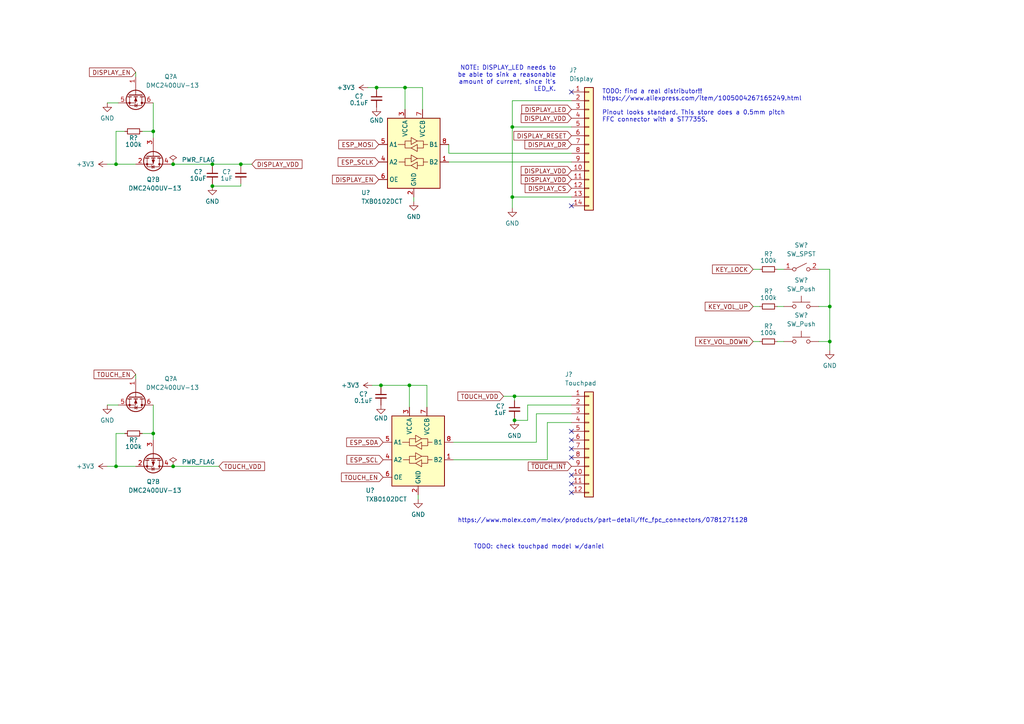
<source format=kicad_sch>
(kicad_sch (version 20211123) (generator eeschema)
  (paper "A4")
  (lib_symbols
    (symbol "Connector_Generic:Conn_01x12" (pin_names (offset 1.016) hide)
      (property "Reference" "J" (at 0 15.24 0))
      (property "Value" "Conn_01x12" (at 0 -17.78 0))
      (symbol "Conn_01x12_1_1"
        (rectangle (start -1.27 -15.113) (end 0 -15.367) (stroke (width 0.1524)))
        (rectangle (start -1.27 -12.573) (end 0 -12.827) (stroke (width 0.1524)))
        (rectangle (start -1.27 -10.033) (end 0 -10.287) (stroke (width 0.1524)))
        (rectangle (start -1.27 -7.493) (end 0 -7.747) (stroke (width 0.1524)))
        (rectangle (start -1.27 -4.953) (end 0 -5.207) (stroke (width 0.1524)))
        (rectangle (start -1.27 -2.413) (end 0 -2.667) (stroke (width 0.1524)))
        (rectangle (start -1.27 0.127) (end 0 -0.127) (stroke (width 0.1524)))
        (rectangle (start -1.27 2.667) (end 0 2.413) (stroke (width 0.1524)))
        (rectangle (start -1.27 5.207) (end 0 4.953) (stroke (width 0.1524)))
        (rectangle (start -1.27 7.747) (end 0 7.493) (stroke (width 0.1524)))
        (rectangle (start -1.27 10.287) (end 0 10.033) (stroke (width 0.1524)))
        (rectangle (start -1.27 12.827) (end 0 12.573) (stroke (width 0.1524)))
        (rectangle (start -1.27 13.97) (end 1.27 -16.51) (stroke (width 0.254)) (fill (type background)))
        (pin passive line (at -5.08 12.7 0) (length 3.81) (name "Pin_1") (number "1"))
        (pin passive line (at -5.08 -10.16 0) (length 3.81) (name "Pin_10") (number "10"))
        (pin passive line (at -5.08 -12.7 0) (length 3.81) (name "Pin_11") (number "11"))
        (pin passive line (at -5.08 -15.24 0) (length 3.81) (name "Pin_12") (number "12"))
        (pin passive line (at -5.08 10.16 0) (length 3.81) (name "Pin_2") (number "2"))
        (pin passive line (at -5.08 7.62 0) (length 3.81) (name "Pin_3") (number "3"))
        (pin passive line (at -5.08 5.08 0) (length 3.81) (name "Pin_4") (number "4"))
        (pin passive line (at -5.08 2.54 0) (length 3.81) (name "Pin_5") (number "5"))
        (pin passive line (at -5.08 0 0) (length 3.81) (name "Pin_6") (number "6"))
        (pin passive line (at -5.08 -2.54 0) (length 3.81) (name "Pin_7") (number "7"))
        (pin passive line (at -5.08 -5.08 0) (length 3.81) (name "Pin_8") (number "8"))
        (pin passive line (at -5.08 -7.62 0) (length 3.81) (name "Pin_9") (number "9"))
      )
    )
    (symbol "Connector_Generic:Conn_01x14" (pin_names (offset 1.016) hide)
      (property "Reference" "J" (at 0 17.78 0))
      (property "Value" "Conn_01x14" (at 0 -20.32 0))
      (symbol "Conn_01x14_1_1"
        (rectangle (start -1.27 -17.653) (end 0 -17.907) (stroke (width 0.1524)))
        (rectangle (start -1.27 -15.113) (end 0 -15.367) (stroke (width 0.1524)))
        (rectangle (start -1.27 -12.573) (end 0 -12.827) (stroke (width 0.1524)))
        (rectangle (start -1.27 -10.033) (end 0 -10.287) (stroke (width 0.1524)))
        (rectangle (start -1.27 -7.493) (end 0 -7.747) (stroke (width 0.1524)))
        (rectangle (start -1.27 -4.953) (end 0 -5.207) (stroke (width 0.1524)))
        (rectangle (start -1.27 -2.413) (end 0 -2.667) (stroke (width 0.1524)))
        (rectangle (start -1.27 0.127) (end 0 -0.127) (stroke (width 0.1524)))
        (rectangle (start -1.27 2.667) (end 0 2.413) (stroke (width 0.1524)))
        (rectangle (start -1.27 5.207) (end 0 4.953) (stroke (width 0.1524)))
        (rectangle (start -1.27 7.747) (end 0 7.493) (stroke (width 0.1524)))
        (rectangle (start -1.27 10.287) (end 0 10.033) (stroke (width 0.1524)))
        (rectangle (start -1.27 12.827) (end 0 12.573) (stroke (width 0.1524)))
        (rectangle (start -1.27 15.367) (end 0 15.113) (stroke (width 0.1524)))
        (rectangle (start -1.27 16.51) (end 1.27 -19.05) (stroke (width 0.254)) (fill (type background)))
        (pin passive line (at -5.08 15.24 0) (length 3.81) (name "Pin_1") (number "1"))
        (pin passive line (at -5.08 -7.62 0) (length 3.81) (name "Pin_10") (number "10"))
        (pin passive line (at -5.08 -10.16 0) (length 3.81) (name "Pin_11") (number "11"))
        (pin passive line (at -5.08 -12.7 0) (length 3.81) (name "Pin_12") (number "12"))
        (pin passive line (at -5.08 -15.24 0) (length 3.81) (name "Pin_13") (number "13"))
        (pin passive line (at -5.08 -17.78 0) (length 3.81) (name "Pin_14") (number "14"))
        (pin passive line (at -5.08 12.7 0) (length 3.81) (name "Pin_2") (number "2"))
        (pin passive line (at -5.08 10.16 0) (length 3.81) (name "Pin_3") (number "3"))
        (pin passive line (at -5.08 7.62 0) (length 3.81) (name "Pin_4") (number "4"))
        (pin passive line (at -5.08 5.08 0) (length 3.81) (name "Pin_5") (number "5"))
        (pin passive line (at -5.08 2.54 0) (length 3.81) (name "Pin_6") (number "6"))
        (pin passive line (at -5.08 0 0) (length 3.81) (name "Pin_7") (number "7"))
        (pin passive line (at -5.08 -2.54 0) (length 3.81) (name "Pin_8") (number "8"))
        (pin passive line (at -5.08 -5.08 0) (length 3.81) (name "Pin_9") (number "9"))
      )
    )
    (symbol "Device:C_Small" (pin_numbers hide) (pin_names (offset 0.254) hide)
      (property "Reference" "C" (at 0.254 1.778 0))
      (property "Value" "C_Small" (at 0.254 -2.032 0))
      (symbol "C_Small_0_1"
        (polyline (pts (xy -1.524 -0.508) (xy 1.524 -0.508)) (stroke (width 0.3302)))
        (polyline (pts (xy -1.524 0.508) (xy 1.524 0.508)) (stroke (width 0.3048)))
      )
      (symbol "C_Small_1_1"
        (pin passive line (at 0 2.54 270) (length 2.032) (name "~") (number "1"))
        (pin passive line (at 0 -2.54 90) (length 2.032) (name "~") (number "2"))
      )
    )
    (symbol "Device:R_Small" (pin_numbers hide) (pin_names (offset 0.254) hide)
      (property "Reference" "R" (at 0.762 0.508 0))
      (property "Value" "R_Small" (at 0.762 -1.016 0))
      (symbol "R_Small_0_1"
        (rectangle (start -0.762 1.778) (end 0.762 -1.778) (stroke (width 0.2032)))
      )
      (symbol "R_Small_1_1"
        (pin passive line (at 0 2.54 270) (length 0.762) (name "~") (number "1"))
        (pin passive line (at 0 -2.54 90) (length 0.762) (name "~") (number "2"))
      )
    )
    (symbol "Logic_LevelTranslator:TXB0102DCT"
      (property "Reference" "U" (at -6.35 11.43 0))
      (property "Value" "TXB0102DCT" (at 3.81 11.43 0))
      (symbol "TXB0102DCT_0_1"
        (rectangle (start -7.62 10.16) (end 7.62 -10.16) (stroke (width 0.254)) (fill (type background)))
        (polyline (pts (xy -2.54 -2.54) (xy -2.54 -1.524) (xy -0.762 -1.524)))
        (polyline (pts (xy -2.54 2.54) (xy -2.54 3.556) (xy -0.762 3.556)))
        (polyline (pts (xy 2.794 -2.54) (xy 2.794 -3.556) (xy 1.016 -3.556)))
        (polyline (pts (xy 2.794 2.54) (xy 2.794 1.524) (xy 1.016 1.524)))
        (polyline (pts (xy -0.762 -3.556) (xy -2.54 -3.556) (xy -2.54 -2.54) (xy -4.318 -2.54)))
        (polyline (pts (xy -0.762 -2.54) (xy -0.762 -0.508) (xy 1.016 -1.524) (xy -0.762 -2.54)) (fill (type background)))
        (polyline (pts (xy -0.762 1.524) (xy -2.54 1.524) (xy -2.54 2.54) (xy -4.572 2.54)))
        (polyline (pts (xy -0.762 2.54) (xy -0.762 4.572) (xy 1.016 3.556) (xy -0.762 2.54)))
        (polyline (pts (xy 1.016 -2.54) (xy 1.016 -4.572) (xy -0.762 -3.556) (xy 1.016 -2.54)))
        (polyline (pts (xy 1.016 -1.524) (xy 2.794 -1.524) (xy 2.794 -2.54) (xy 4.064 -2.54)))
        (polyline (pts (xy 1.016 3.556) (xy 2.794 3.556) (xy 2.794 2.54) (xy 4.064 2.54)))
        (polyline (pts (xy 1.016 2.54) (xy 1.016 0.762) (xy 1.016 0.508) (xy -0.762 1.524) (xy 1.016 2.54)))
      )
      (symbol "TXB0102DCT_1_1"
        (pin bidirectional line (at 10.16 -2.54 180) (length 2.54) (name "B2") (number "1"))
        (pin power_in line (at 0 -12.7 90) (length 2.54) (name "GND") (number "2"))
        (pin power_in line (at -2.54 12.7 270) (length 2.54) (name "VCCA") (number "3"))
        (pin bidirectional line (at -10.16 -2.54 0) (length 2.54) (name "A2") (number "4"))
        (pin bidirectional line (at -10.16 2.54 0) (length 2.54) (name "A1") (number "5"))
        (pin input line (at -10.16 -7.62 0) (length 2.54) (name "OE") (number "6"))
        (pin power_in line (at 2.54 12.7 270) (length 2.54) (name "VCCB") (number "7"))
        (pin bidirectional line (at 10.16 2.54 180) (length 2.54) (name "B1") (number "8"))
      )
    )
    (symbol "Switch:SW_Push" (pin_numbers hide) (pin_names (offset 1.016) hide)
      (property "Reference" "SW" (at 1.27 2.54 0))
      (property "Value" "SW_Push" (at 0 -1.524 0))
      (symbol "SW_Push_0_1"
        (circle (center -2.032 0) (radius 0.508))
        (polyline (pts (xy 0 1.27) (xy 0 3.048)))
        (polyline (pts (xy 2.54 1.27) (xy -2.54 1.27)))
        (circle (center 2.032 0) (radius 0.508))
        (pin passive line (at -5.08 0 0) (length 2.54) (name "1") (number "1"))
        (pin passive line (at 5.08 0 180) (length 2.54) (name "2") (number "2"))
      )
    )
    (symbol "Switch:SW_SPST" (pin_names (offset 0) hide)
      (property "Reference" "SW" (at 0 3.175 0))
      (property "Value" "SW_SPST" (at 0 -2.54 0))
      (symbol "SW_SPST_0_0"
        (circle (center -2.032 0) (radius 0.508))
        (polyline (pts (xy -1.524 0.254) (xy 1.524 1.778)))
        (circle (center 2.032 0) (radius 0.508))
      )
      (symbol "SW_SPST_1_1"
        (pin passive line (at -5.08 0 0) (length 2.54) (name "A") (number "1"))
        (pin passive line (at 5.08 0 180) (length 2.54) (name "B") (number "2"))
      )
    )
    (symbol "Transistor_FET:DMC2053UVT" (pin_names hide)
      (property "Reference" "Q" (at 3.175 1.27 0))
      (property "Value" "DMC2053UVT" (at 3.175 -1.27 0))
      (symbol "DMC2053UVT_0_1"
        (circle (center -0.889 0) (radius 2.794) (stroke (width 0.254)))
        (circle (center 0 -1.778) (radius 0.254) (fill (type outline)))
        (polyline (pts (xy -2.286 0) (xy -5.08 0)))
        (polyline (pts (xy -2.286 1.905) (xy -2.286 -1.905)) (stroke (width 0.254)))
        (polyline (pts (xy -1.778 -1.27) (xy -1.778 -2.286)) (stroke (width 0.254)))
        (polyline (pts (xy -1.778 0.508) (xy -1.778 -0.508)) (stroke (width 0.254)))
        (polyline (pts (xy -1.778 2.286) (xy -1.778 1.27)) (stroke (width 0.254)))
        (polyline (pts (xy 0 2.54) (xy 0 1.778)))
        (polyline (pts (xy 0 -2.54) (xy 0 0) (xy -1.778 0)))
        (polyline (pts (xy -1.778 -1.778) (xy 0.762 -1.778) (xy 0.762 1.778) (xy -1.778 1.778)))
        (circle (center 0 1.778) (radius 0.254) (fill (type outline)))
      )
      (symbol "DMC2053UVT_1_1"
        (polyline (pts (xy -1.524 0) (xy -0.508 0.381) (xy -0.508 -0.381) (xy -1.524 0)) (fill (type outline)))
        (polyline (pts (xy 0.254 0.508) (xy 0.381 0.381) (xy 1.143 0.381) (xy 1.27 0.254)))
        (polyline (pts (xy 0.762 0.381) (xy 0.381 -0.254) (xy 1.143 -0.254) (xy 0.762 0.381)))
        (pin passive line (at -7.62 0 0) (length 2.54) (name "G") (number "1"))
        (pin passive line (at 0 -5.08 90) (length 2.54) (name "S") (number "5"))
        (pin passive line (at 0 5.08 270) (length 2.54) (name "D") (number "6"))
      )
      (symbol "DMC2053UVT_2_1"
        (polyline (pts (xy -0.254 0) (xy -1.27 0.381) (xy -1.27 -0.381) (xy -0.254 0)) (fill (type outline)))
        (polyline (pts (xy 0.254 -0.508) (xy 0.381 -0.381) (xy 1.143 -0.381) (xy 1.27 -0.254)))
        (polyline (pts (xy 0.762 -0.381) (xy 0.381 0.254) (xy 1.143 0.254) (xy 0.762 -0.381)))
        (pin passive line (at 0 -5.08 90) (length 2.54) (name "S") (number "2"))
        (pin passive line (at -7.62 0 0) (length 2.54) (name "G") (number "3"))
        (pin passive line (at 0 5.08 270) (length 2.54) (name "D") (number "4"))
      )
    )
    (symbol "power:+3V3" (power) (pin_names (offset 0))
      (property "Value" "+3V3" (at 0 3.556 0))
      (symbol "+3V3_0_1"
        (polyline (pts (xy -0.762 1.27) (xy 0 2.54)))
        (polyline (pts (xy 0 0) (xy 0 2.54)))
        (polyline (pts (xy 0 2.54) (xy 0.762 1.27)))
      )
      (symbol "+3V3_1_1"
        (pin power_in line (at 0 0 90) (length 0) hide (name "+3V3") (number "1"))
      )
    )
    (symbol "power:GND" (power) (pin_names (offset 0))
      (property "Value" "GND" (at 0 -3.81 0))
      (symbol "GND_0_1"
        (polyline (pts (xy 0 0) (xy 0 -1.27) (xy 1.27 -1.27) (xy 0 -2.54) (xy -1.27 -1.27) (xy 0 -1.27)))
      )
      (symbol "GND_1_1"
        (pin power_in line (at 0 0 270) (length 0) hide (name "GND") (number "1"))
      )
    )
    (symbol "power:PWR_FLAG" (power) (pin_numbers hide) (pin_names (offset 0) hide)
      (property "Value" "PWR_FLAG" (at 0 3.81 0))
      (symbol "PWR_FLAG_0_0"
        (pin power_out line (at 0 0 90) (length 0) (name "pwr") (number "1"))
      )
      (symbol "PWR_FLAG_0_1"
        (polyline (pts (xy 0 0) (xy 0 1.27) (xy -1.016 1.905) (xy 0 2.54) (xy 1.016 1.905) (xy 0 1.27)))
      )
    )
  )
  (junction (at 149.225 121.92))
  (junction (at 69.85 47.625))
  (junction (at 50.2099 135.255))
  (junction (at 148.59 57.15))
  (junction (at 118.745 111.76))
  (junction (at 61.595 53.975))
  (junction (at 240.665 88.9))
  (junction (at 117.475 25.4))
  (junction (at 109.22 25.4))
  (junction (at 50.2099 47.625))
  (junction (at 240.665 99.06))
  (junction (at 33.655 135.255))
  (junction (at 44.45 125.73))
  (junction (at 61.595 47.625))
  (junction (at 149.225 114.935))
  (junction (at 110.49 111.76))
  (junction (at 148.59 36.83))
  (junction (at 44.45 38.1))
  (junction (at 33.655 47.625))
  (no_connect (at 165.735 59.69))
  (no_connect (at 165.735 137.795))
  (no_connect (at 165.735 26.67))
  (no_connect (at 165.735 132.715))
  (no_connect (at 165.735 140.335))
  (no_connect (at 165.735 142.875))
  (no_connect (at 165.735 125.095))
  (no_connect (at 165.735 127.635))
  (no_connect (at 165.735 130.175))
  (wire (pts (xy 33.655 135.255) (xy 39.37 135.255)))
  (wire (pts (xy 121.285 144.78) (xy 121.285 143.51)))
  (wire (pts (xy 237.49 78.105) (xy 240.665 78.105)))
  (wire (pts (xy 225.425 88.9) (xy 227.33 88.9)))
  (wire (pts (xy 49.53 135.255) (xy 50.2099 135.255)))
  (wire (pts (xy 31.115 117.475) (xy 34.29 117.475)))
  (wire (pts (xy 149.225 116.205) (xy 149.225 114.935)))
  (wire (pts (xy 155.575 128.27) (xy 155.575 120.015)))
  (wire (pts (xy 148.59 36.83) (xy 165.735 36.83)))
  (wire (pts (xy 31.115 47.625) (xy 33.655 47.625)))
  (wire (pts (xy 218.44 78.105) (xy 220.345 78.105)))
  (wire (pts (xy 50.2099 135.255) (xy 63.5 135.255)))
  (wire (pts (xy 237.49 88.9) (xy 240.665 88.9)))
  (wire (pts (xy 33.655 125.73) (xy 33.655 135.255)))
  (wire (pts (xy 218.44 88.9) (xy 220.345 88.9)))
  (wire (pts (xy 131.445 128.27) (xy 155.575 128.27)))
  (wire (pts (xy 109.22 25.4) (xy 109.22 26.035)))
  (wire (pts (xy 110.49 111.76) (xy 118.745 111.76)))
  (wire (pts (xy 117.475 25.4) (xy 122.555 25.4)))
  (wire (pts (xy 44.45 117.475) (xy 44.45 125.73)))
  (wire (pts (xy 153.035 117.475) (xy 153.035 121.92)))
  (wire (pts (xy 158.75 122.555) (xy 158.75 133.35)))
  (wire (pts (xy 49.53 47.625) (xy 50.2099 47.625)))
  (wire (pts (xy 148.59 57.15) (xy 165.735 57.15)))
  (wire (pts (xy 240.665 88.9) (xy 240.665 99.06)))
  (wire (pts (xy 155.575 120.015) (xy 165.735 120.015)))
  (wire (pts (xy 165.735 29.21) (xy 148.59 29.21)))
  (wire (pts (xy 107.95 111.76) (xy 110.49 111.76)))
  (wire (pts (xy 240.665 99.06) (xy 240.665 101.6)))
  (wire (pts (xy 110.49 111.76) (xy 110.49 112.395)))
  (wire (pts (xy 44.45 125.73) (xy 44.45 127.635)))
  (wire (pts (xy 120.015 58.42) (xy 120.015 57.15)))
  (wire (pts (xy 148.59 36.83) (xy 148.59 57.15)))
  (wire (pts (xy 106.68 25.4) (xy 109.22 25.4)))
  (wire (pts (xy 39.37 108.585) (xy 39.37 109.855)))
  (wire (pts (xy 158.75 133.35) (xy 131.445 133.35)))
  (wire (pts (xy 69.85 47.625) (xy 73.025 47.625)))
  (wire (pts (xy 149.225 121.92) (xy 149.225 121.285)))
  (wire (pts (xy 61.595 47.625) (xy 69.85 47.625)))
  (wire (pts (xy 165.735 122.555) (xy 158.75 122.555)))
  (wire (pts (xy 148.59 57.15) (xy 148.59 60.325)))
  (wire (pts (xy 165.735 117.475) (xy 153.035 117.475)))
  (wire (pts (xy 41.275 125.73) (xy 44.45 125.73)))
  (wire (pts (xy 118.745 111.76) (xy 123.825 111.76)))
  (wire (pts (xy 225.425 78.105) (xy 227.33 78.105)))
  (wire (pts (xy 33.655 38.1) (xy 33.655 47.625)))
  (wire (pts (xy 39.37 20.955) (xy 39.37 22.225)))
  (wire (pts (xy 130.175 41.91) (xy 130.175 44.45)))
  (wire (pts (xy 146.05 114.935) (xy 149.225 114.935)))
  (wire (pts (xy 69.85 53.34) (xy 69.85 53.975)))
  (wire (pts (xy 61.595 53.975) (xy 61.595 53.34)))
  (wire (pts (xy 36.195 38.1) (xy 33.655 38.1)))
  (wire (pts (xy 237.49 99.06) (xy 240.665 99.06)))
  (wire (pts (xy 44.45 29.845) (xy 44.45 38.1)))
  (wire (pts (xy 33.655 47.625) (xy 39.37 47.625)))
  (wire (pts (xy 31.115 135.255) (xy 33.655 135.255)))
  (wire (pts (xy 118.745 111.76) (xy 118.745 118.11)))
  (wire (pts (xy 149.225 114.935) (xy 165.735 114.935)))
  (wire (pts (xy 36.195 125.73) (xy 33.655 125.73)))
  (wire (pts (xy 61.595 48.26) (xy 61.595 47.625)))
  (wire (pts (xy 122.555 25.4) (xy 122.555 31.75)))
  (wire (pts (xy 240.665 78.105) (xy 240.665 88.9)))
  (wire (pts (xy 44.45 38.1) (xy 44.45 40.005)))
  (wire (pts (xy 153.035 121.92) (xy 149.225 121.92)))
  (wire (pts (xy 41.275 38.1) (xy 44.45 38.1)))
  (wire (pts (xy 69.85 53.975) (xy 61.595 53.975)))
  (wire (pts (xy 225.425 99.06) (xy 227.33 99.06)))
  (wire (pts (xy 109.22 25.4) (xy 117.475 25.4)))
  (wire (pts (xy 148.59 29.21) (xy 148.59 36.83)))
  (wire (pts (xy 50.2099 47.625) (xy 61.595 47.625)))
  (wire (pts (xy 130.175 46.99) (xy 165.735 46.99)))
  (wire (pts (xy 31.115 29.845) (xy 34.29 29.845)))
  (wire (pts (xy 117.475 25.4) (xy 117.475 31.75)))
  (wire (pts (xy 130.175 44.45) (xy 165.735 44.45)))
  (wire (pts (xy 123.825 111.76) (xy 123.825 118.11)))
  (wire (pts (xy 69.85 47.625) (xy 69.85 48.26)))
  (wire (pts (xy 218.44 99.06) (xy 220.345 99.06)))
  (text "TODO: find a real distributor!!\nhttps://www.aliexpress.com/item/1005004267165249.html\n\nPinout looks standard. This store does a 0.5mm pitch\nFFC connector with a ST7735S." (at 174.625 35.56 0) (effects (font (size 1.27 1.27)) (justify left bottom)))
  (text "TODO: check touchpad model w/daniel" (at 175.26 159.385 180) (effects (font (size 1.27 1.27)) (justify right bottom)))
  (text "NOTE: DISPLAY_LED needs to\nbe able to sink a reasonable\namount of current, since it's\nLED_K." (at 161.29 26.67 0) (effects (font (size 1.27 1.27)) (justify right bottom)))
  (text "https://www.molex.com/molex/products/part-detail/ffc_fpc_connectors/0781271128" (at 132.715 151.765 0) (effects (font (size 1.27 1.27)) (justify left bottom)))
  (global_label "DISPLAY_EN" (shape input) (at 39.37 20.955 180) (property "Intersheet References" "${INTERSHEET_REFS}" (effects hide)))
  (global_label "DISPLAY_VDD" (shape input) (at 73.025 47.625 0) (property "Intersheet References" "${INTERSHEET_REFS}" (effects hide)))
  (global_label "TOUCH_EN" (shape input) (at 39.37 108.585 180) (property "Intersheet References" "${INTERSHEET_REFS}" (effects hide)))
  (global_label "KEY_LOCK" (shape input) (at 218.44 78.105 180) (property "Intersheet References" "${INTERSHEET_REFS}" (effects hide)))
  (global_label "KEY_VOL_UP" (shape input) (at 218.44 88.9 180) (property "Intersheet References" "${INTERSHEET_REFS}" (effects hide)))
  (global_label "DISPLAY_RESET" (shape input) (at 165.735 39.37 180) (property "Intersheet References" "${INTERSHEET_REFS}" (effects hide)))
  (global_label "DISPLAY_VDD" (shape input) (at 165.735 49.53 180) (property "Intersheet References" "${INTERSHEET_REFS}" (effects hide)))
  (global_label "ESP_MOSI" (shape input) (at 109.855 41.91 180) (property "Intersheet References" "${INTERSHEET_REFS}" (effects hide)))
  (global_label "TOUCH_VDD" (shape input) (at 63.5 135.255 0) (property "Intersheet References" "${INTERSHEET_REFS}" (effects hide)))
  (global_label "TOUCH_VDD" (shape input) (at 146.05 114.935 180) (property "Intersheet References" "${INTERSHEET_REFS}" (effects hide)))
  (global_label "KEY_VOL_DOWN" (shape input) (at 218.44 99.06 180) (property "Intersheet References" "${INTERSHEET_REFS}" (effects hide)))
  (global_label "ESP_SDA" (shape input) (at 111.125 128.27 180) (property "Intersheet References" "${INTERSHEET_REFS}" (effects hide)))
  (global_label "DISPLAY_LED" (shape input) (at 165.735 31.75 180) (property "Intersheet References" "${INTERSHEET_REFS}" (effects hide)))
  (global_label "ESP_SCLK" (shape input) (at 109.855 46.99 180) (property "Intersheet References" "${INTERSHEET_REFS}" (effects hide)))
  (global_label "DISPLAY_VDD" (shape input) (at 165.735 34.29 180) (property "Intersheet References" "${INTERSHEET_REFS}" (effects hide)))
  (global_label "DISPLAY_EN" (shape input) (at 109.855 52.07 180) (property "Intersheet References" "${INTERSHEET_REFS}" (effects hide)))
  (global_label "DISPLAY_CS" (shape input) (at 165.735 54.61 180) (property "Intersheet References" "${INTERSHEET_REFS}" (effects hide)))
  (global_label "ESP_SCL" (shape input) (at 111.125 133.35 180) (property "Intersheet References" "${INTERSHEET_REFS}" (effects hide)))
  (global_label "TOUCH_EN" (shape input) (at 111.125 138.43 180) (property "Intersheet References" "${INTERSHEET_REFS}" (effects hide)))
  (global_label "DISPLAY_DR" (shape input) (at 165.735 41.91 180) (property "Intersheet References" "${INTERSHEET_REFS}" (effects hide)))
  (global_label "DISPLAY_VDD" (shape input) (at 165.735 52.07 180) (property "Intersheet References" "${INTERSHEET_REFS}" (effects hide)))
  (global_label "~{TOUCH_INT}" (shape input) (at 165.735 135.255 180) (property "Intersheet References" "${INTERSHEET_REFS}" (effects hide)))
  (symbol (lib_id "Device:R_Small") (at 38.735 38.1 90) (unit 1)
    (property "Reference" "R?" (at 38.735 40.005 90))
    (property "Value" "100k" (at 38.735 41.91 90))
    (property "Footprint" "Resistor_SMD:R_0603_1608Metric" (effects hide))
    (property "PN" "RC0603JR-10100KL" (effects hide))
  )
  (symbol (lib_id "power:+3V3") (at 31.115 135.255 90) (unit 1)
    (property "Reference" "#PWR?" (effects hide))
    (property "Value" "+3V3" (at 24.765 135.255 90))
  )
  (symbol (lib_id "Connector_Generic:Conn_01x12") (at 170.815 127.635 0) (unit 1)
    (property "Reference" "J?" (at 163.83 108.585 0) (effects (justify left)))
    (property "Value" "Touchpad" (at 163.83 111.125 0) (effects (justify left)))
  )
  (symbol (lib_id "power:GND") (at 240.665 101.6 0) (unit 1)
    (property "Reference" "#PWR?" (effects hide))
    (property "Value" "GND" (at 240.665 106.045 0))
  )
  (symbol (lib_id "Transistor_FET:DMC2053UVT") (at 39.37 29.845 270) (unit 1)
    (property "Reference" "Q?" (at 49.53 22.225 90))
    (property "Value" " DMC2400UV-13" (at 49.53 24.765 90))
  )
  (symbol (lib_id "Connector_Generic:Conn_01x14") (at 170.815 41.91 0) (unit 1)
    (property "Reference" "J?" (at 165.1 20.32 0) (effects (justify left)))
    (property "Value" "Display" (at 165.1 22.86 0) (effects (justify left)))
  )
  (symbol (lib_id "power:GND") (at 149.225 121.92 0) (unit 1)
    (property "Reference" "#PWR?" (effects hide))
    (property "Value" "GND" (at 149.225 126.365 0))
  )
  (symbol (lib_id "Logic_LevelTranslator:TXB0102DCT") (at 121.285 130.81 0) (unit 1)
    (property "Reference" "U?" (at 106.045 142.24 0) (effects (justify left)))
    (property "Value" "TXB0102DCT" (at 106.045 144.78 0) (effects (justify left)))
    (property "Footprint" "Package_SO:TSSOP-8_3x3mm_P0.65mm" (effects hide))
    (property "Datasheet" "http://www.ti.com/lit/ds/symlink/txb0102.pdf" (effects hide))
  )
  (symbol (lib_id "Switch:SW_Push") (at 232.41 88.9 0) (unit 1)
    (property "Reference" "SW?" (at 232.41 81.28 0))
    (property "Value" "SW_Push" (at 232.41 83.82 0))
  )
  (symbol (lib_id "power:GND") (at 121.285 144.78 0) (unit 1)
    (property "Reference" "#PWR?" (effects hide))
    (property "Value" "GND" (at 121.285 149.225 0))
  )
  (symbol (lib_id "power:GND") (at 109.22 31.115 0) (unit 1)
    (property "Reference" "#PWR?" (effects hide))
    (property "Value" "GND" (at 109.22 34.925 0))
  )
  (symbol (lib_id "power:GND") (at 61.595 53.975 0) (unit 1)
    (property "Reference" "#PWR?" (effects hide))
    (property "Value" "GND" (at 61.595 58.42 0))
  )
  (symbol (lib_id "Device:C_Small") (at 110.49 114.935 0) (unit 1)
    (property "Reference" "C?" (at 105.41 114.3 0))
    (property "Value" "0.1uF" (at 105.41 116.205 0))
    (property "Footprint" "Capacitor_SMD:C_0805_2012Metric" (effects hide))
    (property "PN" "0805YD104KAT2A" (effects hide))
  )
  (symbol (lib_id "Device:C_Small") (at 109.22 28.575 0) (unit 1)
    (property "Reference" "C?" (at 104.14 27.94 0))
    (property "Value" "0.1uF" (at 104.14 29.845 0))
    (property "Footprint" "Capacitor_SMD:C_0805_2012Metric" (effects hide))
    (property "PN" "0805YD104KAT2A" (effects hide))
  )
  (symbol (lib_id "Transistor_FET:DMC2053UVT") (at 39.37 117.475 270) (unit 1)
    (property "Reference" "Q?" (at 49.53 109.855 90))
    (property "Value" " DMC2400UV-13" (at 49.53 112.395 90))
  )
  (symbol (lib_id "power:GND") (at 110.49 117.475 0) (unit 1)
    (property "Reference" "#PWR?" (effects hide))
    (property "Value" "GND" (at 110.49 121.285 0))
  )
  (symbol (lib_id "power:GND") (at 120.015 58.42 0) (unit 1)
    (property "Reference" "#PWR?" (effects hide))
    (property "Value" "GND" (at 120.015 62.865 0))
  )
  (symbol (lib_id "Transistor_FET:DMC2053UVT") (at 44.45 135.255 270) (unit 2)
    (property "Reference" "Q?" (at 44.45 139.7 90))
    (property "Value" " DMC2400UV-13" (at 44.45 142.24 90))
  )
  (symbol (lib_id "power:+3V3") (at 106.68 25.4 90) (unit 1)
    (property "Reference" "#PWR?" (effects hide))
    (property "Value" "+3V3" (at 100.33 25.4 90))
  )
  (symbol (lib_id "Device:C_Small") (at 149.225 118.745 0) (unit 1)
    (property "Reference" "C?" (at 145.0975 117.7925 0))
    (property "Value" "1uF" (at 145.0975 119.6975 0))
    (property "Footprint" "Capacitor_SMD:C_0805_2012Metric" (effects hide))
    (property "PN" "EMK212BJ105KG-T" (effects hide))
  )
  (symbol (lib_id "Switch:SW_Push") (at 232.41 99.06 0) (unit 1)
    (property "Reference" "SW?" (at 232.41 91.44 0))
    (property "Value" "SW_Push" (at 232.41 93.98 0))
  )
  (symbol (lib_id "Switch:SW_SPST") (at 232.41 78.105 0) (unit 1)
    (property "Reference" "SW?" (at 232.41 71.12 0))
    (property "Value" "SW_SPST" (at 232.41 73.66 0))
  )
  (symbol (lib_id "Device:C_Small") (at 69.85 50.8 0) (unit 1)
    (property "Reference" "C?" (at 65.7225 49.8475 0))
    (property "Value" "1uF" (at 65.7225 51.7525 0))
    (property "Footprint" "Capacitor_SMD:C_0805_2012Metric" (effects hide))
    (property "PN" "EMK212BJ105KG-T" (effects hide))
  )
  (symbol (lib_id "power:GND") (at 148.59 60.325 0) (unit 1)
    (property "Reference" "#PWR?" (effects hide))
    (property "Value" "GND" (at 148.59 64.77 0))
  )
  (symbol (lib_id "power:+3V3") (at 107.95 111.76 90) (unit 1)
    (property "Reference" "#PWR?" (effects hide))
    (property "Value" "+3V3" (at 101.6 111.76 90))
  )
  (symbol (lib_id "Logic_LevelTranslator:TXB0102DCT") (at 120.015 44.45 0) (unit 1)
    (property "Reference" "U?" (at 104.775 55.88 0) (effects (justify left)))
    (property "Value" "TXB0102DCT" (at 104.775 58.42 0) (effects (justify left)))
    (property "Footprint" "Package_SO:TSSOP-8_3x3mm_P0.65mm" (effects hide))
    (property "Datasheet" "http://www.ti.com/lit/ds/symlink/txb0102.pdf" (effects hide))
  )
  (symbol (lib_id "Device:R_Small") (at 222.885 78.105 90) (unit 1)
    (property "Reference" "R?" (at 222.885 73.66 90))
    (property "Value" "100k" (at 222.885 75.565 90))
    (property "Footprint" "Resistor_SMD:R_0603_1608Metric" (effects hide))
    (property "PN" "RC0603JR-10100KL" (effects hide))
  )
  (symbol (lib_id "power:PWR_FLAG") (at 50.2099 47.625 0) (unit 1)
    (property "Reference" "#FLG?" (effects hide))
    (property "Value" "PWR_FLAG" (at 52.705 46.3549 0) (effects (justify left)))
  )
  (symbol (lib_id "Device:R_Small") (at 222.885 99.06 90) (unit 1)
    (property "Reference" "R?" (at 222.885 94.615 90))
    (property "Value" "100k" (at 222.885 96.52 90))
    (property "Footprint" "Resistor_SMD:R_0603_1608Metric" (effects hide))
    (property "PN" "RC0603JR-10100KL" (effects hide))
  )
  (symbol (lib_id "Device:R_Small") (at 38.735 125.73 90) (unit 1)
    (property "Reference" "R?" (at 38.735 127.635 90))
    (property "Value" "100k" (at 38.735 129.54 90))
    (property "Footprint" "Resistor_SMD:R_0603_1608Metric" (effects hide))
    (property "PN" "RC0603JR-10100KL" (effects hide))
  )
  (symbol (lib_id "power:PWR_FLAG") (at 50.2099 135.255 0) (unit 1)
    (property "Reference" "#FLG?" (effects hide))
    (property "Value" "PWR_FLAG" (at 52.705 133.9849 0) (effects (justify left)))
  )
  (symbol (lib_id "Device:C_Small") (at 61.595 50.8 0) (unit 1)
    (property "Reference" "C?" (at 57.4675 49.8475 0))
    (property "Value" "10uF" (at 57.4675 51.7525 0))
    (property "Footprint" "Capacitor_SMD:C_0805_2012Metric" (effects hide))
    (property "PN" "EMK212ABJ106KG-T" (effects hide))
  )
  (symbol (lib_id "power:+3V3") (at 31.115 47.625 90) (unit 1)
    (property "Reference" "#PWR?" (effects hide))
    (property "Value" "+3V3" (at 24.765 47.625 90))
  )
  (symbol (lib_id "Transistor_FET:DMC2053UVT") (at 44.45 47.625 270) (unit 2)
    (property "Reference" "Q?" (at 44.45 52.07 90))
    (property "Value" " DMC2400UV-13" (at 44.45 54.61 90))
  )
  (symbol (lib_id "Device:R_Small") (at 222.885 88.9 90) (unit 1)
    (property "Reference" "R?" (at 222.885 84.455 90))
    (property "Value" "100k" (at 222.885 86.36 90))
    (property "Footprint" "Resistor_SMD:R_0603_1608Metric" (effects hide))
    (property "PN" "RC0603JR-10100KL" (effects hide))
  )
  (symbol (lib_id "power:GND") (at 31.115 29.845 0) (unit 1)
    (property "Reference" "#PWR?" (effects hide))
    (property "Value" "GND" (at 31.115 34.29 0))
  )
  (symbol (lib_id "power:GND") (at 31.115 117.475 0) (unit 1)
    (property "Reference" "#PWR?" (effects hide))
    (property "Value" "GND" (at 31.115 121.92 0))
  )
)
</source>
